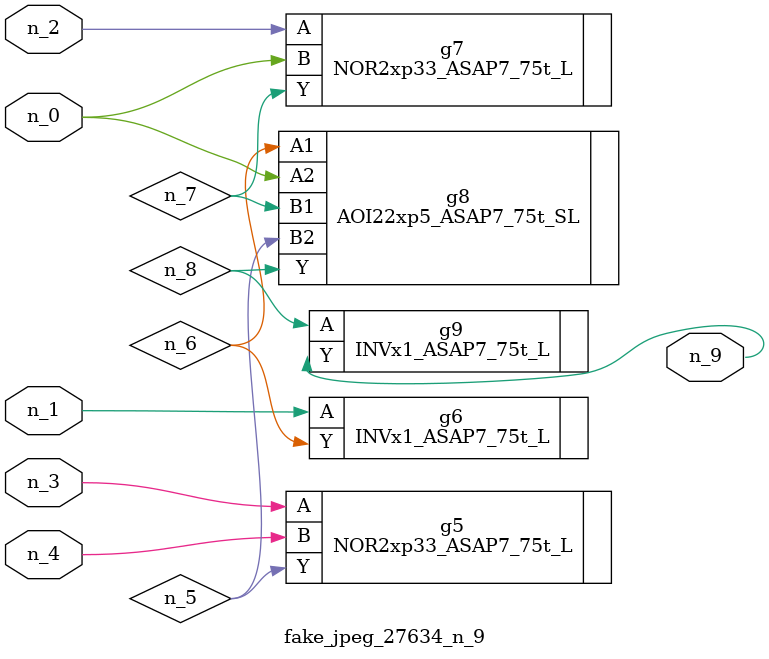
<source format=v>
module fake_jpeg_27634_n_9 (n_3, n_2, n_1, n_0, n_4, n_9);

input n_3;
input n_2;
input n_1;
input n_0;
input n_4;

output n_9;

wire n_8;
wire n_6;
wire n_5;
wire n_7;

NOR2xp33_ASAP7_75t_L g5 ( 
.A(n_3),
.B(n_4),
.Y(n_5)
);

INVx1_ASAP7_75t_L g6 ( 
.A(n_1),
.Y(n_6)
);

NOR2xp33_ASAP7_75t_L g7 ( 
.A(n_2),
.B(n_0),
.Y(n_7)
);

AOI22xp5_ASAP7_75t_SL g8 ( 
.A1(n_6),
.A2(n_0),
.B1(n_7),
.B2(n_5),
.Y(n_8)
);

INVx1_ASAP7_75t_L g9 ( 
.A(n_8),
.Y(n_9)
);


endmodule
</source>
